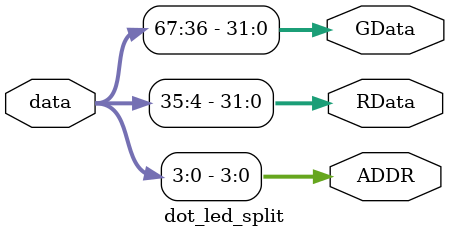
<source format=v>
`timescale 1ns / 1ps


module dot_led_split(
    input wire [67:0] data,
    output wire [3:0] ADDR,
    output wire [31:0] RData,
    output wire [31:0] GData
    );

    assign ADDR = data[3:0];
    assign RData = data[35:4];
    assign GData = data[67:36];
endmodule

</source>
